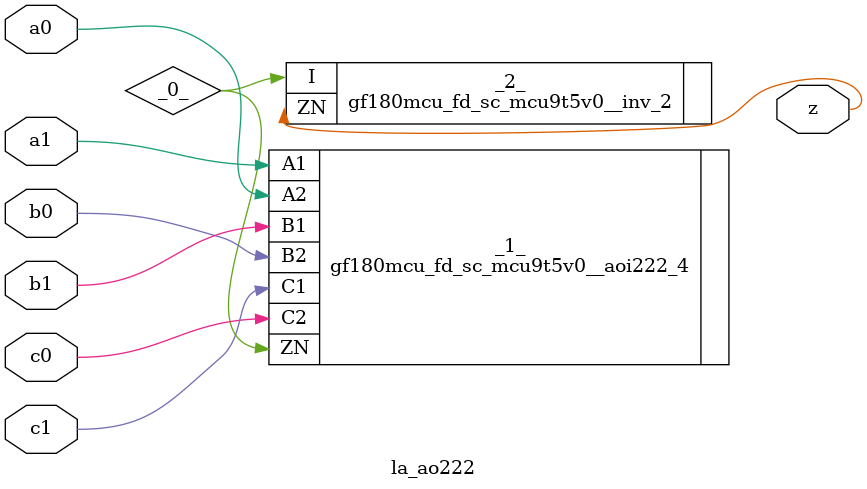
<source format=v>
/* Generated by Yosys 0.37 (git sha1 a5c7f69ed, clang 14.0.0-1ubuntu1.1 -fPIC -Os) */

module la_ao222(a0, a1, b0, b1, c0, c1, z);
  wire _0_;
  input a0;
  wire a0;
  input a1;
  wire a1;
  input b0;
  wire b0;
  input b1;
  wire b1;
  input c0;
  wire c0;
  input c1;
  wire c1;
  output z;
  wire z;
  gf180mcu_fd_sc_mcu9t5v0__aoi222_4 _1_ (
    .A1(a1),
    .A2(a0),
    .B1(b1),
    .B2(b0),
    .C1(c1),
    .C2(c0),
    .ZN(_0_)
  );
  gf180mcu_fd_sc_mcu9t5v0__inv_2 _2_ (
    .I(_0_),
    .ZN(z)
  );
endmodule

</source>
